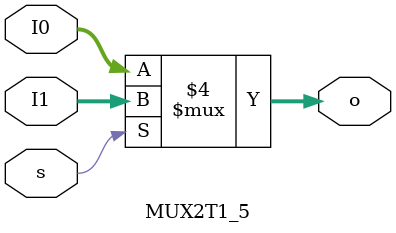
<source format=v>
`timescale 1ns / 1ps
module MUX2T1_5(input [4:0] I0,
					 input [4:0] I1,
					 input s,
					 output reg[4:0] o
					 );
always @* begin
	if (s == 1'b1)
		o <= I1;
	else
		o <= I0;
end
endmodule

</source>
